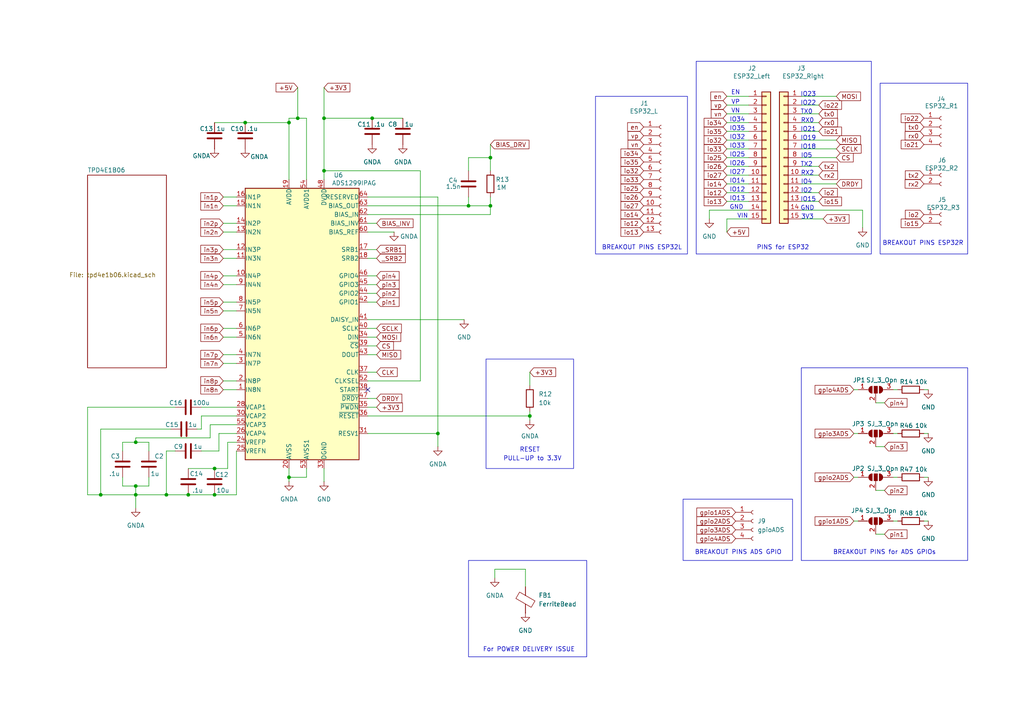
<source format=kicad_sch>
(kicad_sch (version 20231120) (generator "eeschema") (generator_version "8.0")
  (paper "A4")
  (lib_symbols
    (symbol "Connector:Conn_01x02_Socket" (pin_names (offset 1.016) hide)
      (property "Reference" "J" (at 0 2.54 0))
      (property "Value" "Conn_01x02_Socket" (at 0 -5.08 0))
      (symbol "Conn_01x02_Socket_1_1"
        (pin passive line (at -5.08 0 0) (length 3.81) (name "Pin_1") (number "1"))
        (pin passive line (at -5.08 -2.54 0) (length 3.81) (name "Pin_2") (number "2"))
      )
    )
    (symbol "Connector:Conn_01x04_Socket" (pin_names (offset 1.016) hide)
      (property "Reference" "J" (at 0 5.08 0))
      (property "Value" "Conn_01x04_Socket" (at 0 -7.62 0))
      (symbol "Conn_01x04_Socket_1_1"
        (pin passive line (at -5.08 2.54 0) (length 3.81) (name "Pin_1") (number "1"))
        (pin passive line (at -5.08 0 0) (length 3.81) (name "Pin_2") (number "2"))
        (pin passive line (at -5.08 -2.54 0) (length 3.81) (name "Pin_3") (number "3"))
        (pin passive line (at -5.08 -5.08 0) (length 3.81) (name "Pin_4") (number "4"))
      )
    )
    (symbol "Connector:Conn_01x13_Socket" (pin_names (offset 1.016) hide)
      (property "Reference" "J" (at 0 17.78 0))
      (property "Value" "Conn_01x13_Socket" (at 0 -17.78 0))
      (symbol "Conn_01x13_Socket_1_1"
        (pin passive line (at -5.08 15.24 0) (length 3.81) (name "Pin_1") (number "1"))
        (pin passive line (at -5.08 -7.62 0) (length 3.81) (name "Pin_10") (number "10"))
        (pin passive line (at -5.08 -10.16 0) (length 3.81) (name "Pin_11") (number "11"))
        (pin passive line (at -5.08 -12.7 0) (length 3.81) (name "Pin_12") (number "12"))
        (pin passive line (at -5.08 -15.24 0) (length 3.81) (name "Pin_13") (number "13"))
        (pin passive line (at -5.08 12.7 0) (length 3.81) (name "Pin_2") (number "2"))
        (pin passive line (at -5.08 10.16 0) (length 3.81) (name "Pin_3") (number "3"))
        (pin passive line (at -5.08 7.62 0) (length 3.81) (name "Pin_4") (number "4"))
        (pin passive line (at -5.08 5.08 0) (length 3.81) (name "Pin_5") (number "5"))
        (pin passive line (at -5.08 2.54 0) (length 3.81) (name "Pin_6") (number "6"))
        (pin passive line (at -5.08 0 0) (length 3.81) (name "Pin_7") (number "7"))
        (pin passive line (at -5.08 -2.54 0) (length 3.81) (name "Pin_8") (number "8"))
        (pin passive line (at -5.08 -5.08 0) (length 3.81) (name "Pin_9") (number "9"))
      )
    )
    (symbol "Connector_Generic:Conn_01x15" (pin_names (offset 1.016) hide)
      (property "Reference" "J" (at 0 20.32 0))
      (property "Value" "Conn_01x15" (at 0 -20.32 0))
      (symbol "Conn_01x15_1_1"
        (pin passive line (at -5.08 17.78 0) (length 3.81) (name "Pin_1") (number "1"))
        (pin passive line (at -5.08 -5.08 0) (length 3.81) (name "Pin_10") (number "10"))
        (pin passive line (at -5.08 -7.62 0) (length 3.81) (name "Pin_11") (number "11"))
        (pin passive line (at -5.08 -10.16 0) (length 3.81) (name "Pin_12") (number "12"))
        (pin passive line (at -5.08 -12.7 0) (length 3.81) (name "Pin_13") (number "13"))
        (pin passive line (at -5.08 -15.24 0) (length 3.81) (name "Pin_14") (number "14"))
        (pin passive line (at -5.08 -17.78 0) (length 3.81) (name "Pin_15") (number "15"))
        (pin passive line (at -5.08 15.24 0) (length 3.81) (name "Pin_2") (number "2"))
        (pin passive line (at -5.08 12.7 0) (length 3.81) (name "Pin_3") (number "3"))
        (pin passive line (at -5.08 10.16 0) (length 3.81) (name "Pin_4") (number "4"))
        (pin passive line (at -5.08 7.62 0) (length 3.81) (name "Pin_5") (number "5"))
        (pin passive line (at -5.08 5.08 0) (length 3.81) (name "Pin_6") (number "6"))
        (pin passive line (at -5.08 2.54 0) (length 3.81) (name "Pin_7") (number "7"))
        (pin passive line (at -5.08 0 0) (length 3.81) (name "Pin_8") (number "8"))
        (pin passive line (at -5.08 -2.54 0) (length 3.81) (name "Pin_9") (number "9"))
      )
    )
    (symbol "Device:C" (pin_numbers hide) (pin_names (offset 0.254))
      (property "Reference" "C" (at 0.635 2.54 0))
      (property "Value" "C" (at 0.635 -2.54 0))
      (symbol "C_1_1"
        (pin passive line (at 0 3.81 270) (length 2.794) (name "~") (number "1"))
        (pin passive line (at 0 -3.81 90) (length 2.794) (name "~") (number "2"))
      )
    )
    (symbol "Device:FerriteBead" (pin_numbers hide) (pin_names (offset 0))
      (property "Reference" "FB" (at -3.81 0.635 90))
      (property "Value" "FerriteBead" (at 3.81 0 90))
      (symbol "FerriteBead_1_1"
        (pin passive line (at 0 3.81 270) (length 2.54) (name "~") (number "1"))
        (pin passive line (at 0 -3.81 90) (length 2.54) (name "~") (number "2"))
      )
    )
    (symbol "Device:R" (pin_numbers hide) (pin_names (offset 0))
      (property "Reference" "R" (at 2.032 0 90))
      (property "Value" "R" (at 0 0 90))
      (symbol "R_1_1"
        (pin passive line (at 0 3.81 270) (length 1.27) (name "~") (number "1"))
        (pin passive line (at 0 -3.81 90) (length 1.27) (name "~") (number "2"))
      )
    )
    (symbol "Jumper:SolderJumper_3_Open" (pin_names (offset 0) hide) (exclude_from_sim yes) (in_bom no)
      (property "Reference" "JP" (at -2.54 -2.54 0))
      (property "Value" "SolderJumper_3_Open" (at 0 2.794 0))
      (symbol "SolderJumper_3_Open_1_1"
        (pin passive line (at -5.08 0 0) (length 2.54) (name "A") (number "1"))
        (pin passive line (at 0 -3.81 90) (length 2.54) (name "C") (number "2"))
        (pin passive line (at 5.08 0 180) (length 2.54) (name "B") (number "3"))
      )
    )
    (symbol "ads1299:ADS1299_Module" (pin_names (offset 0.0129))
      (property "Reference" "U" (at 0 0 0))
      (property "Footprint" "Package_QFP:TQFP-64_10x10mm_P0.5mm" (at 0.254 -57.658 0))
      (symbol "ADS1299_Module_1_1"
        (pin input line (at -20.32 -20.32 0) (length 2.54) (name "IN8N") (number "1"))
        (pin input line (at -20.32 12.7 0) (length 2.54) (name "IN4P") (number "10"))
        (pin input line (at -20.32 17.78 0) (length 2.54) (name "IN3N") (number "11"))
        (pin input line (at -20.32 20.32 0) (length 2.54) (name "IN3P") (number "12"))
        (pin input line (at -20.32 25.4 0) (length 2.54) (name "IN2N") (number "13"))
        (pin input line (at -20.32 27.94 0) (length 2.54) (name "IN2P") (number "14"))
        (pin input line (at -20.32 33.02 0) (length 2.54) (name "IN1N") (number "15"))
        (pin input line (at -20.32 35.56 0) (length 2.54) (name "IN1P") (number "16"))
        (pin bidirectional line (at 17.78 20.32 180) (length 2.54) (name "SRB1") (number "17"))
        (pin bidirectional line (at 17.78 17.78 180) (length 2.54) (name "SRB2") (number "18"))
        (pin power_in line (at -5.08 40.64 270) (length 2.54) (name "AVDD") (number "19"))
        (pin input line (at -20.32 -17.78 0) (length 2.54) (name "IN8P") (number "2"))
        (pin power_in line (at -5.08 -43.18 90) (length 2.54) (name "AVSS") (number "20"))
        (pin passive line (at -5.08 40.64 270) (length 2.54) hide (name "AVDD") (number "21"))
        (pin passive line (at -5.08 40.64 270) (length 2.54) hide (name "AVDD") (number "22"))
        (pin passive line (at -5.08 -43.18 90) (length 2.54) hide (name "AVSS") (number "23"))
        (pin passive line (at -20.32 -35.56 0) (length 2.54) (name "VREFP") (number "24"))
        (pin passive line (at -20.32 -38.1 0) (length 2.54) (name "VREFN") (number "25"))
        (pin passive line (at -20.32 -33.02 0) (length 2.54) (name "VCAP4") (number "26"))
        (pin no_connect line (at 15.24 -35.56 180) (length 2.54) hide (name "NC") (number "27"))
        (pin passive line (at -20.32 -25.4 0) (length 2.54) (name "VCAP1") (number "28"))
        (pin no_connect line (at 15.24 -38.1 180) (length 2.54) hide (name "NC") (number "29"))
        (pin input line (at -20.32 -12.7 0) (length 2.54) (name "IN7P") (number "3"))
        (pin passive line (at -20.32 -27.94 0) (length 2.54) (name "VCAP2") (number "30"))
        (pin input line (at 17.78 -33.02 180) (length 2.54) (name "RESV1") (number "31"))
        (pin passive line (at -5.08 -43.18 90) (length 2.54) hide (name "AVSS") (number "32"))
        (pin power_in line (at 5.08 -43.18 90) (length 2.54) (name "DGND") (number "33"))
        (pin input line (at 17.78 -5.08 180) (length 2.54) (name "DIN") (number "34"))
        (pin input line (at 17.78 -25.4 180) (length 2.54) (name "~{PWDN}") (number "35"))
        (pin input line (at 17.78 -27.94 180) (length 2.54) (name "~{RESET}") (number "36"))
        (pin bidirectional line (at 17.78 -15.24 180) (length 2.54) (name "CLK") (number "37"))
        (pin input line (at 17.78 -20.32 180) (length 2.54) (name "START") (number "38"))
        (pin input line (at 17.78 -7.62 180) (length 2.54) (name "~{CS}") (number "39"))
        (pin input line (at -20.32 -10.16 0) (length 2.54) (name "IN7N") (number "4"))
        (pin input line (at 17.78 -2.54 180) (length 2.54) (name "SCLK") (number "40"))
        (pin input line (at 17.78 0 180) (length 2.54) (name "DAISY_IN") (number "41"))
        (pin bidirectional line (at 17.78 5.08 180) (length 2.54) (name "GPIO1") (number "42"))
        (pin output line (at 17.78 -10.16 180) (length 2.54) (name "DOUT") (number "43"))
        (pin bidirectional line (at 17.78 7.62 180) (length 2.54) (name "GPIO2") (number "44"))
        (pin bidirectional line (at 17.78 10.16 180) (length 2.54) (name "GPIO3") (number "45"))
        (pin bidirectional line (at 17.78 12.7 180) (length 2.54) (name "GPIO4") (number "46"))
        (pin output line (at 17.78 -22.86 180) (length 2.54) (name "~{DRDY}") (number "47"))
        (pin power_in line (at 5.08 40.64 270) (length 2.54) (name "DVDD") (number "48"))
        (pin passive line (at 5.08 -43.18 90) (length 2.54) hide (name "DGND") (number "49"))
        (pin input line (at -20.32 -5.08 0) (length 2.54) (name "IN6N") (number "5"))
        (pin passive line (at 5.08 40.64 270) (length 2.54) hide (name "DVDD") (number "50"))
        (pin passive line (at 5.08 -43.18 90) (length 2.54) hide (name "DGND") (number "51"))
        (pin input line (at 17.78 -17.78 180) (length 2.54) (name "CLKSEL") (number "52"))
        (pin power_in line (at 0 -43.18 90) (length 2.54) (name "AVSS1") (number "53"))
        (pin power_in line (at 0 40.64 270) (length 2.54) (name "AVDD1") (number "54"))
        (pin passive line (at -20.32 -30.48 0) (length 2.54) (name "VCAP3") (number "55"))
        (pin passive line (at -5.08 40.64 270) (length 2.54) hide (name "AVDD") (number "56"))
        (pin passive line (at -5.08 -43.18 90) (length 2.54) hide (name "AVSS") (number "57"))
        (pin passive line (at -5.08 -43.18 90) (length 2.54) hide (name "AVSS") (number "58"))
        (pin passive line (at -5.08 40.64 270) (length 2.54) hide (name "AVDD") (number "59"))
        (pin input line (at -20.32 -2.54 0) (length 2.54) (name "IN6P") (number "6"))
        (pin input line (at 17.78 25.4 180) (length 2.54) (name "BIAS_REF") (number "60"))
        (pin input line (at 17.78 27.94 180) (length 2.54) (name "BIAS_INV") (number "61"))
        (pin input line (at 17.78 30.48 180) (length 2.54) (name "BIAS_IN") (number "62"))
        (pin output line (at 17.78 33.02 180) (length 2.54) (name "BIAS_OUT") (number "63"))
        (pin output line (at 17.78 35.56 180) (length 2.54) (name "RESERVED") (number "64"))
        (pin input line (at -20.32 2.54 0) (length 2.54) (name "IN5N") (number "7"))
        (pin input line (at -20.32 5.08 0) (length 2.54) (name "IN5P") (number "8"))
        (pin input line (at -20.32 10.16 0) (length 2.54) (name "IN4N") (number "9"))
      )
    )
    (symbol "power:GND" (power) (pin_numbers hide) (pin_names (offset 0) hide)
      (property "Value" "GND" (at 0 -3.81 0))
      (symbol "GND_1_1"
        (pin power_in line (at 0 0 270) (length 0) (name "~") (number "1"))
      )
    )
    (symbol "power:GNDA" (power) (pin_numbers hide) (pin_names (offset 0) hide)
      (property "Value" "GNDA" (at 0 -3.81 0))
      (symbol "GNDA_1_1"
        (pin power_in line (at 0 0 270) (length 0) (name "~") (number "1"))
      )
    )
  )
  (junction (at 86.36 34.29))
  (junction (at 39.37 128.27))
  (junction (at 39.37 143.51))
  (junction (at 48.26 143.51))
  (junction (at 142.24 45.72))
  (junction (at 135.89 59.69))
  (junction (at 62.23 143.51))
  (junction (at 83.82 138.43))
  (junction (at 127 125.73))
  (junction (at 83.82 35.56))
  (junction (at 54.61 143.51))
  (junction (at 93.98 49.53))
  (junction (at 71.12 35.56))
  (junction (at 29.21 143.51))
  (junction (at 107.95 34.29))
  (junction (at 62.23 135.89))
  (junction (at 142.24 59.69))
  (junction (at 93.98 34.29))
  (junction (at 39.37 140.97))
  (junction (at 153.67 120.65))
  (no_connect (at 106.68 113.03))
  (wire (pts (xy 259.08 151.13) (xy 260.35 151.13)))
  (wire (pts (xy 135.89 45.72) (xy 142.24 45.72)))
  (wire (pts (xy 64.77 80.01) (xy 68.58 80.01)))
  (wire (pts (xy 64.77 67.31) (xy 68.58 67.31)))
  (wire (pts (xy 29.21 124.46) (xy 29.21 143.51)))
  (wire (pts (xy 127 57.15) (xy 127 125.73)))
  (wire (pts (xy 68.58 130.81) (xy 68.58 143.51)))
  (wire (pts (xy 93.98 49.53) (xy 121.92 49.53)))
  (wire (pts (xy 106.68 95.25) (xy 109.22 95.25)))
  (wire (pts (xy 63.5 125.73) (xy 68.58 125.73)))
  (wire (pts (xy 106.68 82.55) (xy 109.22 82.55)))
  (wire (pts (xy 35.56 138.43) (xy 35.56 140.97)))
  (wire (pts (xy 106.68 110.49) (xy 121.92 110.49)))
  (wire (pts (xy 62.23 143.51) (xy 68.58 143.51)))
  (wire (pts (xy 64.77 72.39) (xy 68.58 72.39)))
  (wire (pts (xy 106.68 87.63) (xy 109.22 87.63)))
  (wire (pts (xy 39.37 127) (xy 60.96 127)))
  (wire (pts (xy 106.68 118.11) (xy 109.22 118.11)))
  (wire (pts (xy 93.98 135.89) (xy 93.98 139.7)))
  (wire (pts (xy 64.77 82.55) (xy 68.58 82.55)))
  (wire (pts (xy 254 142.24) (xy 256.54 142.24)))
  (wire (pts (xy 71.12 35.56) (xy 83.82 35.56)))
  (wire (pts (xy 210.82 58.42) (xy 217.17 58.42)))
  (wire (pts (xy 232.41 35.56) (xy 237.49 35.56)))
  (wire (pts (xy 106.68 125.73) (xy 127 125.73)))
  (wire (pts (xy 153.67 119.38) (xy 153.67 120.65)))
  (wire (pts (xy 152.4 170.18) (xy 152.4 165.1)))
  (wire (pts (xy 106.68 100.33) (xy 109.22 100.33)))
  (wire (pts (xy 106.68 97.79) (xy 109.22 97.79)))
  (wire (pts (xy 210.82 48.26) (xy 217.17 48.26)))
  (wire (pts (xy 43.18 140.97) (xy 43.18 138.43)))
  (wire (pts (xy 58.42 120.65) (xy 68.58 120.65)))
  (wire (pts (xy 232.41 30.48) (xy 237.49 30.48)))
  (wire (pts (xy 25.4 118.11) (xy 25.4 143.51)))
  (wire (pts (xy 142.24 45.72) (xy 142.24 49.53)))
  (wire (pts (xy 86.36 25.4) (xy 86.36 34.29)))
  (wire (pts (xy 238.76 63.5) (xy 232.41 63.5)))
  (wire (pts (xy 142.24 62.23) (xy 142.24 59.69)))
  (wire (pts (xy 58.42 124.46) (xy 58.42 120.65)))
  (wire (pts (xy 63.5 130.81) (xy 63.5 125.73)))
  (wire (pts (xy 54.61 135.89) (xy 62.23 135.89)))
  (wire (pts (xy 152.4 165.1) (xy 143.51 165.1)))
  (wire (pts (xy 64.77 95.25) (xy 68.58 95.25)))
  (wire (pts (xy 39.37 140.97) (xy 39.37 143.51)))
  (wire (pts (xy 64.77 105.41) (xy 68.58 105.41)))
  (wire (pts (xy 210.82 40.64) (xy 217.17 40.64)))
  (wire (pts (xy 232.41 60.96) (xy 250.19 60.96)))
  (wire (pts (xy 254 116.84) (xy 256.54 116.84)))
  (wire (pts (xy 259.08 113.03) (xy 260.35 113.03)))
  (wire (pts (xy 39.37 140.97) (xy 43.18 140.97)))
  (wire (pts (xy 83.82 138.43) (xy 83.82 139.7)))
  (wire (pts (xy 142.24 59.69) (xy 142.24 57.15)))
  (wire (pts (xy 93.98 34.29) (xy 93.98 49.53)))
  (wire (pts (xy 210.82 33.02) (xy 217.17 33.02)))
  (wire (pts (xy 232.41 50.8) (xy 237.49 50.8)))
  (wire (pts (xy 267.97 125.73) (xy 269.24 125.73)))
  (wire (pts (xy 86.36 34.29) (xy 88.9 34.29)))
  (wire (pts (xy 64.77 113.03) (xy 68.58 113.03)))
  (wire (pts (xy 88.9 34.29) (xy 88.9 52.07)))
  (wire (pts (xy 43.18 130.81) (xy 43.18 128.27)))
  (wire (pts (xy 39.37 127) (xy 39.37 128.27)))
  (wire (pts (xy 64.77 64.77) (xy 68.58 64.77)))
  (wire (pts (xy 210.82 53.34) (xy 217.17 53.34)))
  (wire (pts (xy 232.41 48.26) (xy 237.49 48.26)))
  (wire (pts (xy 106.68 74.93) (xy 109.22 74.93)))
  (wire (pts (xy 83.82 35.56) (xy 83.82 52.07)))
  (wire (pts (xy 58.42 130.81) (xy 63.5 130.81)))
  (wire (pts (xy 135.89 59.69) (xy 142.24 59.69)))
  (wire (pts (xy 153.67 107.95) (xy 153.67 111.76)))
  (wire (pts (xy 121.92 49.53) (xy 121.92 110.49)))
  (wire (pts (xy 66.04 135.89) (xy 62.23 135.89)))
  (wire (pts (xy 88.9 138.43) (xy 83.82 138.43)))
  (wire (pts (xy 210.82 35.56) (xy 217.17 35.56)))
  (wire (pts (xy 93.98 25.4) (xy 93.98 34.29)))
  (wire (pts (xy 210.82 50.8) (xy 217.17 50.8)))
  (wire (pts (xy 267.97 113.03) (xy 269.24 113.03)))
  (wire (pts (xy 39.37 143.51) (xy 39.37 147.32)))
  (wire (pts (xy 232.41 55.88) (xy 237.49 55.88)))
  (wire (pts (xy 210.82 63.5) (xy 217.17 63.5)))
  (wire (pts (xy 66.04 128.27) (xy 66.04 135.89)))
  (wire (pts (xy 135.89 45.72) (xy 135.89 49.53)))
  (wire (pts (xy 210.82 30.48) (xy 217.17 30.48)))
  (wire (pts (xy 64.77 59.69) (xy 68.58 59.69)))
  (wire (pts (xy 106.68 120.65) (xy 153.67 120.65)))
  (wire (pts (xy 232.41 53.34) (xy 242.57 53.34)))
  (wire (pts (xy 106.68 107.95) (xy 109.22 107.95)))
  (wire (pts (xy 39.37 143.51) (xy 48.26 143.51)))
  (wire (pts (xy 210.82 45.72) (xy 217.17 45.72)))
  (wire (pts (xy 48.26 143.51) (xy 54.61 143.51)))
  (wire (pts (xy 29.21 143.51) (xy 39.37 143.51)))
  (wire (pts (xy 232.41 40.64) (xy 242.57 40.64)))
  (wire (pts (xy 143.51 165.1) (xy 143.51 167.64)))
  (wire (pts (xy 106.68 115.57) (xy 109.22 115.57)))
  (wire (pts (xy 250.19 60.96) (xy 250.19 66.04)))
  (wire (pts (xy 29.21 124.46) (xy 49.53 124.46)))
  (wire (pts (xy 254 129.54) (xy 256.54 129.54)))
  (wire (pts (xy 64.77 74.93) (xy 68.58 74.93)))
  (wire (pts (xy 106.68 62.23) (xy 142.24 62.23)))
  (wire (pts (xy 210.82 55.88) (xy 217.17 55.88)))
  (wire (pts (xy 48.26 130.81) (xy 50.8 130.81)))
  (wire (pts (xy 48.26 130.81) (xy 48.26 143.51)))
  (wire (pts (xy 232.41 33.02) (xy 237.49 33.02)))
  (wire (pts (xy 39.37 128.27) (xy 35.56 128.27)))
  (wire (pts (xy 106.68 59.69) (xy 135.89 59.69)))
  (wire (pts (xy 109.22 64.77) (xy 106.68 64.77)))
  (wire (pts (xy 106.68 80.01) (xy 109.22 80.01)))
  (wire (pts (xy 232.41 43.18) (xy 242.57 43.18)))
  (wire (pts (xy 106.68 102.87) (xy 109.22 102.87)))
  (wire (pts (xy 242.57 27.94) (xy 232.41 27.94)))
  (wire (pts (xy 205.74 63.5) (xy 205.74 60.96)))
  (wire (pts (xy 135.89 57.15) (xy 135.89 59.69)))
  (wire (pts (xy 83.82 34.29) (xy 86.36 34.29)))
  (wire (pts (xy 106.68 72.39) (xy 109.22 72.39)))
  (wire (pts (xy 127 125.73) (xy 127 129.54)))
  (wire (pts (xy 64.77 87.63) (xy 68.58 87.63)))
  (wire (pts (xy 153.67 120.65) (xy 153.67 121.92)))
  (wire (pts (xy 232.41 45.72) (xy 242.57 45.72)))
  (wire (pts (xy 247.65 138.43) (xy 248.92 138.43)))
  (wire (pts (xy 35.56 140.97) (xy 39.37 140.97)))
  (wire (pts (xy 247.65 113.03) (xy 248.92 113.03)))
  (wire (pts (xy 58.42 118.11) (xy 68.58 118.11)))
  (wire (pts (xy 106.68 85.09) (xy 109.22 85.09)))
  (wire (pts (xy 232.41 38.1) (xy 237.49 38.1)))
  (wire (pts (xy 25.4 143.51) (xy 29.21 143.51)))
  (wire (pts (xy 54.61 143.51) (xy 62.23 143.51)))
  (wire (pts (xy 43.18 128.27) (xy 39.37 128.27)))
  (wire (pts (xy 35.56 130.81) (xy 35.56 128.27)))
  (wire (pts (xy 210.82 67.31) (xy 210.82 63.5)))
  (wire (pts (xy 57.15 124.46) (xy 58.42 124.46)))
  (wire (pts (xy 106.68 67.31) (xy 114.3 67.31)))
  (wire (pts (xy 68.58 128.27) (xy 66.04 128.27)))
  (wire (pts (xy 106.68 57.15) (xy 127 57.15)))
  (wire (pts (xy 210.82 38.1) (xy 217.17 38.1)))
  (wire (pts (xy 83.82 135.89) (xy 83.82 138.43)))
  (wire (pts (xy 210.82 27.94) (xy 217.17 27.94)))
  (wire (pts (xy 93.98 49.53) (xy 93.98 52.07)))
  (wire (pts (xy 64.77 97.79) (xy 68.58 97.79)))
  (wire (pts (xy 88.9 135.89) (xy 88.9 138.43)))
  (wire (pts (xy 247.65 125.73) (xy 248.92 125.73)))
  (wire (pts (xy 210.82 43.18) (xy 217.17 43.18)))
  (wire (pts (xy 25.4 118.11) (xy 50.8 118.11)))
  (wire (pts (xy 62.23 35.56) (xy 71.12 35.56)))
  (wire (pts (xy 254 154.94) (xy 256.54 154.94)))
  (wire (pts (xy 83.82 34.29) (xy 83.82 35.56)))
  (wire (pts (xy 232.41 58.42) (xy 237.49 58.42)))
  (wire (pts (xy 205.74 60.96) (xy 217.17 60.96)))
  (wire (pts (xy 106.68 92.71) (xy 134.62 92.71)))
  (wire (pts (xy 267.97 138.43) (xy 269.24 138.43)))
  (wire (pts (xy 60.96 123.19) (xy 60.96 127)))
  (wire (pts (xy 93.98 34.29) (xy 107.95 34.29)))
  (wire (pts (xy 64.77 90.17) (xy 68.58 90.17)))
  (wire (pts (xy 64.77 102.87) (xy 68.58 102.87)))
  (wire (pts (xy 107.95 34.29) (xy 116.84 34.29)))
  (wire (pts (xy 259.08 125.73) (xy 260.35 125.73)))
  (wire (pts (xy 142.24 45.72) (xy 142.24 41.91)))
  (wire (pts (xy 64.77 57.15) (xy 68.58 57.15)))
  (wire (pts (xy 259.08 138.43) (xy 260.35 138.43)))
  (wire (pts (xy 267.97 151.13) (xy 269.24 151.13)))
  (wire (pts (xy 68.58 123.19) (xy 60.96 123.19)))
  (wire (pts (xy 247.65 151.13) (xy 248.92 151.13)))
  (wire (pts (xy 64.77 110.49) (xy 68.58 110.49)))
  (rectangle (start 232.41 106.68) (end 280.67 162.56))
  (rectangle (start 140.97 104.14) (end 166.37 135.89))
  (rectangle (start 198.12 144.78) (end 229.87 162.56))
  (rectangle (start 201.93 17.78) (end 252.73 73.66))
  (rectangle (start 172.72 27.94) (end 199.39 73.66))
  (rectangle (start 255.27 24.13) (end 280.67 73.66))
  (rectangle (start 135.89 162.56) (end 170.18 190.5))
  (text "IO19" (at 234.442 40.132 0) (effects (font (size 1.27 1.27))))
  (text "IO21" (at 234.442 37.592 0) (effects (font (size 1.27 1.27))))
  (text "IO4" (at 233.934 52.832 0) (effects (font (size 1.27 1.27))))
  (text "For POWER DELIVERY ISSUE" (at 153.416 188.468 0) (effects (font (size 1.27 1.27))))
  (text "IO15" (at 234.442 57.912 0) (effects (font (size 1.27 1.27))))
  (text "IO34" (at 213.868 34.798 0) (effects (font (size 1.27 1.27))))
  (text "IO33" (at 213.868 42.418 0) (effects (font (size 1.27 1.27))))
  (text "IO26" (at 213.868 47.498 0) (effects (font (size 1.27 1.27))))
  (text "PINS for ESP32" (at 227.076 71.882 0) (effects (font (size 1.27 1.27))))
  (text "VP" (at 213.36 29.718 0) (effects (font (size 1.27 1.27))))
  (text "TX0" (at 233.934 32.512 0) (effects (font (size 1.27 1.27))))
  (text "BREAKOUT PINS ESP32R" (at 267.716 70.612 0) (effects (font (size 1.27 1.27))))
  (text "IO2" (at 233.934 55.372 0) (effects (font (size 1.27 1.27))))
  (text "IO18" (at 234.442 42.672 0) (effects (font (size 1.27 1.27))))
  (text "IO27" (at 213.868 50.038 0) (effects (font (size 1.27 1.27))))
  (text "BREAKOUT PINS ESP32L" (at 186.182 71.882 0) (effects (font (size 1.27 1.27))))
  (text "VN" (at 213.36 32.258 0) (effects (font (size 1.27 1.27))))
  (text "TX2" (at 233.934 47.752 0) (effects (font (size 1.27 1.27))))
  (text "IO13" (at 213.868 57.658 0) (effects (font (size 1.27 1.27))))
  (text "IO25" (at 213.868 44.958 0) (effects (font (size 1.27 1.27))))
  (text "GND" (at 234.188 60.452 0) (effects (font (size 1.27 1.27))))
  (text "BREAKOUT PINS for ADS GPIOs" (at 256.54 160.274 0) (effects (font (size 1.27 1.27))))
  (text "IO32" (at 213.868 39.878 0) (effects (font (size 1.27 1.27))))
  (text "IO22" (at 234.442 29.972 0) (effects (font (size 1.27 1.27))))
  (text "RX0" (at 234.188 35.052 0) (effects (font (size 1.27 1.27))))
  (text "IO23" (at 234.442 27.432 0) (effects (font (size 1.27 1.27))))
  (text "RESET" (at 153.67 130.556 0) (effects (font (size 1.27 1.27))))
  (text "IO35" (at 213.868 37.338 0) (effects (font (size 1.27 1.27))))
  (text "PULL-UP to 3.3V" (at 154.432 133.096 0) (effects (font (size 1.27 1.27))))
  (text "GND" (at 213.614 60.198 0) (effects (font (size 1.27 1.27))))
  (text "VIN" (at 215.392 62.738 0) (effects (font (size 1.27 1.27))))
  (text "EN" (at 213.36 26.924 0) (effects (font (size 1.27 1.27))))
  (text "IO14" (at 213.868 52.578 0) (effects (font (size 1.27 1.27))))
  (text "IO5" (at 233.934 45.212 0) (effects (font (size 1.27 1.27))))
  (text "BREAKOUT PINS ADS GPIO" (at 214.122 160.274 0) (effects (font (size 1.27 1.27))))
  (text "3V3" (at 234.188 62.992 0) (effects (font (size 1.27 1.27))))
  (text "RX2" (at 234.188 50.292 0) (effects (font (size 1.27 1.27))))
  (text "IO12" (at 213.868 55.118 0) (effects (font (size 1.27 1.27))))
  (global_label "in1n" (shape input) (at 64.77 59.69 180) (property "Intersheetrefs" "${INTERSHEET_REFS}" (effects (hide yes))))
  (global_label "pin2" (shape input) (at 109.22 85.09 0) (property "Intersheetrefs" "${INTERSHEET_REFS}" (effects (hide yes))))
  (global_label "rx2" (shape input) (at 267.97 53.34 180) (property "Intersheetrefs" "${INTERSHEET_REFS}" (effects (hide yes))))
  (global_label "io14" (shape input) (at 186.69 62.23 180) (property "Intersheetrefs" "${INTERSHEET_REFS}" (effects (hide yes))))
  (global_label "io13" (shape input) (at 186.69 67.31 180) (property "Intersheetrefs" "${INTERSHEET_REFS}" (effects (hide yes))))
  (global_label "pin4" (shape input) (at 109.22 80.01 0) (property "Intersheetrefs" "${INTERSHEET_REFS}" (effects (hide yes))))
  (global_label "pin3" (shape input) (at 256.54 129.54 0) (property "Intersheetrefs" "${INTERSHEET_REFS}" (effects (hide yes))))
  (global_label "_SRB2" (shape input) (at 109.22 74.93 0) (property "Intersheetrefs" "${INTERSHEET_REFS}" (effects (hide yes))))
  (global_label "gpio2ADS" (shape input) (at 247.65 138.43 180) (property "Intersheetrefs" "${INTERSHEET_REFS}" (effects (hide yes))))
  (global_label "CS" (shape input) (at 242.57 45.72 0) (property "Intersheetrefs" "${INTERSHEET_REFS}" (effects (hide yes))))
  (global_label "DRDY" (shape input) (at 242.57 53.34 0) (property "Intersheetrefs" "${INTERSHEET_REFS}" (effects (hide yes))))
  (global_label "_SRB1" (shape input) (at 109.22 72.39 0) (property "Intersheetrefs" "${INTERSHEET_REFS}" (effects (hide yes))))
  (global_label "io13" (shape input) (at 210.82 58.42 180) (property "Intersheetrefs" "${INTERSHEET_REFS}" (effects (hide yes))))
  (global_label "in6p" (shape input) (at 64.77 95.25 180) (property "Intersheetrefs" "${INTERSHEET_REFS}" (effects (hide yes))))
  (global_label "pin4" (shape input) (at 256.54 116.84 0) (property "Intersheetrefs" "${INTERSHEET_REFS}" (effects (hide yes))))
  (global_label "CLK" (shape input) (at 109.22 107.95 0) (property "Intersheetrefs" "${INTERSHEET_REFS}" (effects (hide yes))))
  (global_label "io26" (shape input) (at 186.69 57.15 180) (property "Intersheetrefs" "${INTERSHEET_REFS}" (effects (hide yes))))
  (global_label "vp" (shape input) (at 186.69 39.37 180) (property "Intersheetrefs" "${INTERSHEET_REFS}" (effects (hide yes))))
  (global_label "pin1" (shape input) (at 109.22 87.63 0) (property "Intersheetrefs" "${INTERSHEET_REFS}" (effects (hide yes))))
  (global_label "DRDY" (shape input) (at 109.22 115.57 0) (property "Intersheetrefs" "${INTERSHEET_REFS}" (effects (hide yes))))
  (global_label "in4p" (shape input) (at 64.77 80.01 180) (property "Intersheetrefs" "${INTERSHEET_REFS}" (effects (hide yes))))
  (global_label "pin2" (shape input) (at 256.54 142.24 0) (property "Intersheetrefs" "${INTERSHEET_REFS}" (effects (hide yes))))
  (global_label "pin3" (shape input) (at 109.22 82.55 0) (property "Intersheetrefs" "${INTERSHEET_REFS}" (effects (hide yes))))
  (global_label "in3p" (shape input) (at 64.77 72.39 180) (property "Intersheetrefs" "${INTERSHEET_REFS}" (effects (hide yes))))
  (global_label "in5n" (shape input) (at 64.77 90.17 180) (property "Intersheetrefs" "${INTERSHEET_REFS}" (effects (hide yes))))
  (global_label "in1p" (shape input) (at 64.77 57.15 180) (property "Intersheetrefs" "${INTERSHEET_REFS}" (effects (hide yes))))
  (global_label "MISO" (shape input) (at 109.22 102.87 0) (property "Intersheetrefs" "${INTERSHEET_REFS}" (effects (hide yes))))
  (global_label "gpio2ADS" (shape input) (at 213.36 151.13 180) (property "Intersheetrefs" "${INTERSHEET_REFS}" (effects (hide yes))))
  (global_label "io12" (shape input) (at 210.82 55.88 180) (property "Intersheetrefs" "${INTERSHEET_REFS}" (effects (hide yes))))
  (global_label "io15" (shape input) (at 237.49 58.42 0) (property "Intersheetrefs" "${INTERSHEET_REFS}" (effects (hide yes))))
  (global_label "io21" (shape input) (at 237.49 38.1 0) (property "Intersheetrefs" "${INTERSHEET_REFS}" (effects (hide yes))))
  (global_label "in8n" (shape input) (at 64.77 113.03 180) (property "Intersheetrefs" "${INTERSHEET_REFS}" (effects (hide yes))))
  (global_label "pin1" (shape input) (at 256.54 154.94 0) (property "Intersheetrefs" "${INTERSHEET_REFS}" (effects (hide yes))))
  (global_label "+3V3" (shape input) (at 93.98 25.4 0) (property "Intersheetrefs" "${INTERSHEET_REFS}" (effects (hide yes))))
  (global_label "vn" (shape input) (at 186.69 41.91 180) (property "Intersheetrefs" "${INTERSHEET_REFS}" (effects (hide yes))))
  (global_label "io15" (shape input) (at 267.97 64.77 180) (property "Intersheetrefs" "${INTERSHEET_REFS}" (effects (hide yes))))
  (global_label "rx0" (shape input) (at 237.49 35.56 0) (property "Intersheetrefs" "${INTERSHEET_REFS}" (effects (hide yes))))
  (global_label "CS" (shape input) (at 109.22 100.33 0) (property "Intersheetrefs" "${INTERSHEET_REFS}" (effects (hide yes))))
  (global_label "io21" (shape input) (at 267.97 41.91 180) (property "Intersheetrefs" "${INTERSHEET_REFS}" (effects (hide yes))))
  (global_label "in6n" (shape input) (at 64.77 97.79 180) (property "Intersheetrefs" "${INTERSHEET_REFS}" (effects (hide yes))))
  (global_label "in5p" (shape input) (at 64.77 87.63 180) (property "Intersheetrefs" "${INTERSHEET_REFS}" (effects (hide yes))))
  (global_label "MOSI" (shape input) (at 109.22 97.79 0) (property "Intersheetrefs" "${INTERSHEET_REFS}" (effects (hide yes))))
  (global_label "+3V3" (shape input) (at 153.67 107.95 0) (property "Intersheetrefs" "${INTERSHEET_REFS}" (effects (hide yes))))
  (global_label "in4n" (shape input) (at 64.77 82.55 180) (property "Intersheetrefs" "${INTERSHEET_REFS}" (effects (hide yes))))
  (global_label "io25" (shape input) (at 186.69 54.61 180) (property "Intersheetrefs" "${INTERSHEET_REFS}" (effects (hide yes))))
  (global_label "io12" (shape input) (at 186.69 64.77 180) (property "Intersheetrefs" "${INTERSHEET_REFS}" (effects (hide yes))))
  (global_label "vp" (shape input) (at 210.82 30.48 180) (property "Intersheetrefs" "${INTERSHEET_REFS}" (effects (hide yes))))
  (global_label "io33" (shape input) (at 210.82 43.18 180) (property "Intersheetrefs" "${INTERSHEET_REFS}" (effects (hide yes))))
  (global_label "tx0" (shape input) (at 237.49 33.02 0) (property "Intersheetrefs" "${INTERSHEET_REFS}" (effects (hide yes))))
  (global_label "SCLK" (shape input) (at 109.22 95.25 0) (property "Intersheetrefs" "${INTERSHEET_REFS}" (effects (hide yes))))
  (global_label "+3V3" (shape input) (at 238.76 63.5 0) (property "Intersheetrefs" "${INTERSHEET_REFS}" (effects (hide yes))))
  (global_label "io27" (shape input) (at 210.82 50.8 180) (property "Intersheetrefs" "${INTERSHEET_REFS}" (effects (hide yes))))
  (global_label "in7p" (shape input) (at 64.77 102.87 180) (property "Intersheetrefs" "${INTERSHEET_REFS}" (effects (hide yes))))
  (global_label "vn" (shape input) (at 210.82 33.02 180) (property "Intersheetrefs" "${INTERSHEET_REFS}" (effects (hide yes))))
  (global_label "io35" (shape input) (at 210.82 38.1 180) (property "Intersheetrefs" "${INTERSHEET_REFS}" (effects (hide yes))))
  (global_label "io25" (shape input) (at 210.82 45.72 180) (property "Intersheetrefs" "${INTERSHEET_REFS}" (effects (hide yes))))
  (global_label "+5V" (shape input) (at 210.82 67.31 0) (property "Intersheetrefs" "${INTERSHEET_REFS}" (effects (hide yes))))
  (global_label "en" (shape input) (at 210.82 27.94 180) (property "Intersheetrefs" "${INTERSHEET_REFS}" (effects (hide yes))))
  (global_label "io27" (shape input) (at 186.69 59.69 180) (property "Intersheetrefs" "${INTERSHEET_REFS}" (effects (hide yes))))
  (global_label "io32" (shape input) (at 210.82 40.64 180) (property "Intersheetrefs" "${INTERSHEET_REFS}" (effects (hide yes))))
  (global_label "gpio3ADS" (shape input) (at 213.36 153.67 180) (property "Intersheetrefs" "${INTERSHEET_REFS}" (effects (hide yes))))
  (global_label "tx0" (shape input) (at 267.97 36.83 180) (property "Intersheetrefs" "${INTERSHEET_REFS}" (effects (hide yes))))
  (global_label "gpio4ADS" (shape input) (at 213.36 156.21 180) (property "Intersheetrefs" "${INTERSHEET_REFS}" (effects (hide yes))))
  (global_label "in2n" (shape input) (at 64.77 67.31 180) (property "Intersheetrefs" "${INTERSHEET_REFS}" (effects (hide yes))))
  (global_label "MOSI" (shape input) (at 242.57 27.94 0) (property "Intersheetrefs" "${INTERSHEET_REFS}" (effects (hide yes))))
  (global_label "io14" (shape input) (at 210.82 53.34 180) (property "Intersheetrefs" "${INTERSHEET_REFS}" (effects (hide yes))))
  (global_label "rx0" (shape input) (at 267.97 39.37 180) (property "Intersheetrefs" "${INTERSHEET_REFS}" (effects (hide yes))))
  (global_label "en" (shape input) (at 186.69 36.83 180) (property "Intersheetrefs" "${INTERSHEET_REFS}" (effects (hide yes))))
  (global_label "gpio1ADS" (shape input) (at 247.65 151.13 180) (property "Intersheetrefs" "${INTERSHEET_REFS}" (effects (hide yes))))
  (global_label "+5V" (shape input) (at 86.36 25.4 180) (property "Intersheetrefs" "${INTERSHEET_REFS}" (effects (hide yes))))
  (global_label "BIAS_DRV" (shape input) (at 142.24 41.91 0) (property "Intersheetrefs" "${INTERSHEET_REFS}" (effects (hide yes))))
  (global_label "io33" (shape input) (at 186.69 52.07 180) (property "Intersheetrefs" "${INTERSHEET_REFS}" (effects (hide yes))))
  (global_label "io2" (shape input) (at 267.97 62.23 180) (property "Intersheetrefs" "${INTERSHEET_REFS}" (effects (hide yes))))
  (global_label "rx2" (shape input) (at 237.49 50.8 0) (property "Intersheetrefs" "${INTERSHEET_REFS}" (effects (hide yes))))
  (global_label "in7n" (shape input) (at 64.77 105.41 180) (property "Intersheetrefs" "${INTERSHEET_REFS}" (effects (hide yes))))
  (global_label "gpio3ADS" (shape input) (at 247.65 125.73 180) (property "Intersheetrefs" "${INTERSHEET_REFS}" (effects (hide yes))))
  (global_label "tx2" (shape input) (at 237.49 48.26 0) (property "Intersheetrefs" "${INTERSHEET_REFS}" (effects (hide yes))))
  (global_label "in8p" (shape input) (at 64.77 110.49 180) (property "Intersheetrefs" "${INTERSHEET_REFS}" (effects (hide yes))))
  (global_label "in2p" (shape input) (at 64.77 64.77 180) (property "Intersheetrefs" "${INTERSHEET_REFS}" (effects (hide yes))))
  (global_label "io22" (shape input) (at 237.49 30.48 0) (property "Intersheetrefs" "${INTERSHEET_REFS}" (effects (hide yes))))
  (global_label "io2" (shape input) (at 237.49 55.88 0) (property "Intersheetrefs" "${INTERSHEET_REFS}" (effects (hide yes))))
  (global_label "io34" (shape input) (at 186.69 44.45 180) (property "Intersheetrefs" "${INTERSHEET_REFS}" (effects (hide yes))))
  (global_label "gpio4ADS" (shape input) (at 247.65 113.03 180) (property "Intersheetrefs" "${INTERSHEET_REFS}" (effects (hide yes))))
  (global_label "io35" (shape input) (at 186.69 46.99 180) (property "Intersheetrefs" "${INTERSHEET_REFS}" (effects (hide yes))))
  (global_label "MISO" (shape input) (at 242.57 40.64 0) (property "Intersheetrefs" "${INTERSHEET_REFS}" (effects (hide yes))))
  (global_label "io22" (shape input) (at 267.97 34.29 180) (property "Intersheetrefs" "${INTERSHEET_REFS}" (effects (hide yes))))
  (global_label "in3n" (shape input) (at 64.77 74.93 180) (property "Intersheetrefs" "${INTERSHEET_REFS}" (effects (hide yes))))
  (global_label "io34" (shape input) (at 210.82 35.56 180) (property "Intersheetrefs" "${INTERSHEET_REFS}" (effects (hide yes))))
  (global_label "tx2" (shape input) (at 267.97 50.8 180) (property "Intersheetrefs" "${INTERSHEET_REFS}" (effects (hide yes))))
  (global_label "+3V3" (shape input) (at 109.22 118.11 0) (property "Intersheetrefs" "${INTERSHEET_REFS}" (effects (hide yes))))
  (global_label "gpio1ADS" (shape input) (at 213.36 148.59 180) (property "Intersheetrefs" "${INTERSHEET_REFS}" (effects (hide yes))))
  (global_label "io26" (shape input) (at 210.82 48.26 180) (property "Intersheetrefs" "${INTERSHEET_REFS}" (effects (hide yes))))
  (global_label "BIAS_INV" (shape input) (at 109.22 64.77 0) (property "Intersheetrefs" "${INTERSHEET_REFS}" (effects (hide yes))))
  (global_label "io32" (shape input) (at 186.69 49.53 180) (property "Intersheetrefs" "${INTERSHEET_REFS}" (effects (hide yes))))
  (global_label "SCLK" (shape input) (at 242.57 43.18 0) (property "Intersheetrefs" "${INTERSHEET_REFS}" (effects (hide yes))))
  (symbol (lib_id "Connector:Conn_01x13_Socket") (at 191.77 52.07 0) (unit 1)
    (property "Reference" "J1" (at 185.674 29.972 0) (effects (justify left)))
    (property "Value" "ESP32_L" (at 182.626 32.258 0) (effects (justify left)))
    (property "Footprint" "Connector_PinSocket_2.54mm:PinSocket_1x13_P2.54mm_Vertical" (effects (hide yes)))
    (property "Description" "Generic connector, single row, 01x13, script generated" (effects (hide yes)))
  )
  (symbol (lib_id "Device:C") (at 35.56 134.62 180) (unit 1)
    (property "Reference" "C3" (at 34.798 132.334 0) (effects (justify left)))
    (property "Value" ".1u" (at 34.798 137.414 0) (effects (justify left)))
    (property "Footprint" "Capacitor_SMD:C_0603_1608Metric" (effects (hide yes)))
    (property "Description" "Unpolarized capacitor" (effects (hide yes)))
  )
  (symbol (lib_id "power:GND") (at 205.74 63.5 0) (unit 1)
    (property "Reference" "#PWR010" (effects (hide yes)))
    (property "Value" "GND" (at 205.74 68.58 0))
    (property "Description" "Power symbol creates a global label with name \"GND\" , ground" (effects (hide yes)))
  )
  (symbol (lib_id "Connector_Generic:Conn_01x15") (at 222.25 45.72 0) (unit 1)
    (property "Reference" "J2" (at 216.916 19.812 0) (effects (justify left)))
    (property "Value" "ESP32_Left" (at 212.598 22.098 0) (effects (justify left)))
    (property "Footprint" "Connector_PinSocket_2.54mm:PinSocket_1x15_P2.54mm_Vertical" (effects (hide yes)))
    (property "Description" "Generic connector, single row, 01x15, script generated (kicad-library-utils/schlib/autogen/connector/)" (effects (hide yes)))
  )
  (symbol (lib_id "Device:C") (at 54.61 130.81 90) (unit 1)
    (property "Reference" "C9" (at 53.086 129.54 90) (effects (justify left)))
    (property "Value" "1u" (at 58.674 129.54 90) (effects (justify left)))
    (property "Footprint" "Capacitor_SMD:C_0603_1608Metric" (effects (hide yes)))
    (property "Description" "Unpolarized capacitor" (effects (hide yes)))
  )
  (symbol (lib_id "Connector:Conn_01x04_Socket") (at 218.44 151.13 0) (unit 1)
    (property "Reference" "J9" (at 219.71 151.1299 0) (effects (justify left)))
    (property "Value" "gpioADS" (at 219.71 153.6699 0) (effects (justify left)))
    (property "Footprint" "Connector_PinSocket_2.54mm:PinSocket_1x04_P2.54mm_Vertical" (effects (hide yes)))
    (property "Description" "Generic connector, single row, 01x04, script generated" (effects (hide yes)))
  )
  (symbol (lib_id "Jumper:SolderJumper_3_Open") (at 254 151.13 0) (unit 1) (exclude_from_sim yes) (in_bom no)
    (property "Reference" "JP4" (at 248.666 148.082 0))
    (property "Value" "SJ_3_Opn" (at 255.524 148.082 0))
    (property "Footprint" "Jumper:SolderJumper-3_P1.3mm_Open_RoundedPad1.0x1.5mm_NumberLabels" (effects (hide yes)))
    (property "Description" "Solder Jumper, 3-pole, open" (effects (hide yes)))
  )
  (symbol (lib_id "power:GND") (at 152.4 177.8 0) (unit 1)
    (property "Reference" "#PWR09" (effects (hide yes)))
    (property "Value" "GND" (at 152.4 182.88 0))
    (property "Description" "Power symbol creates a global label with name \"GND\" , ground" (effects (hide yes)))
  )
  (symbol (lib_id "Device:C") (at 107.95 38.1 0) (unit 1)
    (property "Reference" "C11" (at 103.632 36.068 0) (effects (justify left)))
    (property "Value" ".1u" (at 108.458 36.068 0) (effects (justify left)))
    (property "Footprint" "Capacitor_SMD:C_0603_1608Metric" (effects (hide yes)))
    (property "Description" "Unpolarized capacitor" (effects (hide yes)))
  )
  (symbol (lib_id "Device:C") (at 62.23 139.7 180) (unit 1)
    (property "Reference" "C12" (at 66.294 137.668 0) (effects (justify left)))
    (property "Value" "10u" (at 66.548 142.24 0) (effects (justify left)))
    (property "Footprint" "Capacitor_SMD:C_0603_1608Metric" (effects (hide yes)))
    (property "Description" "Unpolarized capacitor" (effects (hide yes)))
  )
  (symbol (lib_id "Device:R") (at 264.16 125.73 90) (unit 1)
    (property "Reference" "R46" (at 262.89 123.444 90))
    (property "Value" "10k" (at 267.208 123.444 90))
    (property "Footprint" "Resistor_SMD:R_0603_1608Metric" (effects (hide yes)))
    (property "Description" "Resistor" (effects (hide yes)))
  )
  (symbol (lib_id "Device:C") (at 71.12 39.37 0) (unit 1)
    (property "Reference" "C10" (at 66.802 37.338 0) (effects (justify left)))
    (property "Value" ".1u" (at 71.628 37.338 0) (effects (justify left)))
    (property "Footprint" "Capacitor_SMD:C_0603_1608Metric" (effects (hide yes)))
    (property "Description" "Unpolarized capacitor" (effects (hide yes)))
  )
  (symbol (lib_id "Device:C") (at 62.23 39.37 0) (unit 1)
    (property "Reference" "C13" (at 57.912 37.338 0) (effects (justify left)))
    (property "Value" "1u" (at 62.738 37.338 0) (effects (justify left)))
    (property "Footprint" "Capacitor_SMD:C_0603_1608Metric" (effects (hide yes)))
    (property "Description" "Unpolarized capacitor" (effects (hide yes)))
  )
  (symbol (lib_id "power:GNDA") (at 114.3 67.31 0) (unit 1)
    (property "Reference" "#PWR048" (effects (hide yes)))
    (property "Value" "GNDA" (at 118.618 68.58 0))
    (property "Description" "Power symbol creates a global label with name \"GNDA\" , analog ground" (effects (hide yes)))
  )
  (symbol (lib_id "Connector:Conn_01x02_Socket") (at 273.05 50.8 0) (unit 1)
    (property "Reference" "J6" (at 272.034 46.482 0) (effects (justify left)))
    (property "Value" "ESP32_R2" (at 268.224 48.768 0) (effects (justify left)))
    (property "Footprint" "Connector_PinSocket_2.54mm:PinSocket_1x02_P2.54mm_Vertical" (effects (hide yes)))
    (property "Description" "Generic connector, single row, 01x02, script generated" (effects (hide yes)))
  )
  (symbol (lib_id "power:GND") (at 250.19 66.04 0) (unit 1)
    (property "Reference" "#PWR038" (effects (hide yes)))
    (property "Value" "GND" (at 250.19 71.12 0))
    (property "Description" "Power symbol creates a global label with name \"GND\" , ground" (effects (hide yes)))
  )
  (symbol (lib_id "Device:C") (at 135.89 53.34 0) (unit 1)
    (property "Reference" "C4" (at 130.048 52.324 0) (effects (justify left)))
    (property "Value" "1.5n" (at 129.286 54.102 0) (effects (justify left)))
    (property "Footprint" "Capacitor_SMD:C_0603_1608Metric" (effects (hide yes)))
    (property "Description" "Unpolarized capacitor" (effects (hide yes)))
  )
  (symbol (lib_id "power:GND") (at 134.62 92.71 0) (unit 1)
    (property "Reference" "#PWR012" (effects (hide yes)))
    (property "Value" "GND" (at 134.62 97.79 0))
    (property "Description" "Power symbol creates a global label with name \"GND\" , ground" (effects (hide yes)))
  )
  (symbol (lib_id "Jumper:SolderJumper_3_Open") (at 254 138.43 0) (unit 1) (exclude_from_sim yes) (in_bom no)
    (property "Reference" "JP2" (at 248.92 135.89 0))
    (property "Value" "SJ_3_Opn" (at 256.032 135.89 0))
    (property "Footprint" "Jumper:SolderJumper-3_P1.3mm_Open_RoundedPad1.0x1.5mm_NumberLabels" (effects (hide yes)))
    (property "Description" "Solder Jumper, 3-pole, open" (effects (hide yes)))
  )
  (symbol (lib_id "Device:C") (at 43.18 134.62 180) (unit 1)
    (property "Reference" "C2" (at 47.498 132.334 0) (effects (justify left)))
    (property "Value" "1u" (at 46.228 137.414 0) (effects (justify left)))
    (property "Footprint" "Capacitor_SMD:C_0603_1608Metric" (effects (hide yes)))
    (property "Description" "Unpolarized capacitor" (effects (hide yes)))
  )
  (symbol (lib_id "Device:R") (at 142.24 53.34 0) (unit 1)
    (property "Reference" "R13" (at 143.764 52.07 0) (effects (justify left)))
    (property "Value" "1M" (at 144.018 54.356 0) (effects (justify left)))
    (property "Footprint" "Resistor_SMD:R_0603_1608Metric" (effects (hide yes)))
    (property "Description" "Resistor" (effects (hide yes)))
  )
  (symbol (lib_id "Device:C") (at 116.84 38.1 0) (unit 1)
    (property "Reference" "C8" (at 112.522 36.068 0) (effects (justify left)))
    (property "Value" "1u" (at 117.348 36.068 0) (effects (justify left)))
    (property "Footprint" "Capacitor_SMD:C_0603_1608Metric" (effects (hide yes)))
    (property "Description" "Unpolarized capacitor" (effects (hide yes)))
  )
  (symbol (lib_id "Device:R") (at 264.16 151.13 90) (unit 1)
    (property "Reference" "R48" (at 262.89 148.844 90))
    (property "Value" "10k" (at 267.208 148.844 90))
    (property "Footprint" "Resistor_SMD:R_0603_1608Metric" (effects (hide yes)))
    (property "Description" "Resistor" (effects (hide yes)))
  )
  (symbol (lib_id "power:GNDA") (at 153.67 121.92 0) (unit 1)
    (property "Reference" "#PWR026" (effects (hide yes)))
    (property "Value" "GNDA" (at 153.67 126.492 0))
    (property "Description" "Power symbol creates a global label with name \"GNDA\" , analog ground" (effects (hide yes)))
  )
  (symbol (lib_id "power:GNDA") (at 143.51 167.64 0) (unit 1)
    (property "Reference" "#PWR011" (effects (hide yes)))
    (property "Value" "GNDA" (at 143.51 172.72 0))
    (property "Description" "Power symbol creates a global label with name \"GNDA\" , analog ground" (effects (hide yes)))
  )
  (symbol (lib_id "Device:R") (at 153.67 115.57 0) (unit 1)
    (property "Reference" "R12" (at 156.21 114.2999 0) (effects (justify left)))
    (property "Value" "10k" (at 156.21 116.8399 0) (effects (justify left)))
    (property "Footprint" "Resistor_SMD:R_0603_1608Metric" (effects (hide yes)))
    (property "Description" "Resistor" (effects (hide yes)))
  )
  (symbol (lib_id "power:GNDA") (at 62.23 43.18 0) (unit 1)
    (property "Reference" "#PWR04" (effects (hide yes)))
    (property "Value" "GNDA" (at 58.42 45.212 0))
    (property "Description" "Power symbol creates a global label with name \"GNDA\" , analog ground" (effects (hide yes)))
  )
  (symbol (lib_id "Connector:Conn_01x04_Socket") (at 273.05 36.83 0) (unit 1)
    (property "Reference" "J4" (at 271.78 28.702 0) (effects (justify left)))
    (property "Value" "ESP32_R1" (at 268.224 30.734 0) (effects (justify left)))
    (property "Footprint" "Connector_PinSocket_2.54mm:PinSocket_1x04_P2.54mm_Vertical" (effects (hide yes)))
    (property "Description" "Generic connector, single row, 01x04, script generated" (effects (hide yes)))
  )
  (symbol (lib_id "Jumper:SolderJumper_3_Open") (at 254 125.73 0) (unit 1) (exclude_from_sim yes) (in_bom no)
    (property "Reference" "JP3" (at 248.92 122.936 0))
    (property "Value" "SJ_3_Opn" (at 256.032 122.936 0))
    (property "Footprint" "Jumper:SolderJumper-3_P1.3mm_Open_RoundedPad1.0x1.5mm_NumberLabels" (effects (hide yes)))
    (property "Description" "Solder Jumper, 3-pole, open" (effects (hide yes)))
  )
  (symbol (lib_id "Device:FerriteBead") (at 152.4 173.99 0) (unit 1)
    (property "Reference" "FB1" (at 156.21 172.6691 0) (effects (justify left)))
    (property "Value" "FerriteBead" (at 156.21 175.2091 0) (effects (justify left)))
    (property "Footprint" "Inductor_SMD:L_0603_1608Metric" (effects (hide yes)))
    (property "Description" "Ferrite bead" (effects (hide yes)))
  )
  (symbol (lib_id "Connector:Conn_01x02_Socket") (at 273.05 62.23 0) (unit 1)
    (property "Reference" "J5" (at 272.034 57.912 0) (effects (justify left)))
    (property "Value" "ESP32_R3" (at 268.732 60.198 0) (effects (justify left)))
    (property "Footprint" "Connector_PinSocket_2.54mm:PinSocket_1x02_P2.54mm_Vertical" (effects (hide yes)))
    (property "Description" "Generic connector, single row, 01x02, script generated" (effects (hide yes)))
  )
  (symbol (lib_id "power:GNDA") (at 71.12 43.18 0) (unit 1)
    (property "Reference" "#PWR03" (effects (hide yes)))
    (property "Value" "GNDA" (at 75.184 45.466 0))
    (property "Description" "Power symbol creates a global label with name \"GNDA\" , analog ground" (effects (hide yes)))
  )
  (symbol (lib_id "Device:R") (at 264.16 138.43 90) (unit 1)
    (property "Reference" "R47" (at 262.89 136.144 90))
    (property "Value" "10k" (at 267.208 136.144 90))
    (property "Footprint" "Resistor_SMD:R_0603_1608Metric" (effects (hide yes)))
    (property "Description" "Resistor" (effects (hide yes)))
  )
  (symbol (lib_id "power:GNDA") (at 83.82 139.7 0) (unit 1)
    (property "Reference" "#PWR02" (effects (hide yes)))
    (property "Value" "GNDA" (at 83.82 144.78 0))
    (property "Description" "Power symbol creates a global label with name \"GNDA\" , analog ground" (effects (hide yes)))
  )
  (symbol (lib_id "power:GNDA") (at 107.95 41.91 0) (unit 1)
    (property "Reference" "#PWR05" (effects (hide yes)))
    (property "Value" "GNDA" (at 107.95 46.99 0))
    (property "Description" "Power symbol creates a global label with name \"GNDA\" , analog ground" (effects (hide yes)))
  )
  (symbol (lib_id "power:GND") (at 269.24 138.43 0) (unit 1)
    (property "Reference" "#PWR015" (effects (hide yes)))
    (property "Value" "GND" (at 269.24 143.51 0))
    (property "Description" "Power symbol creates a global label with name \"GND\" , ground" (effects (hide yes)))
  )
  (symbol (lib_id "Device:C") (at 53.34 124.46 90) (unit 1)
    (property "Reference" "C15" (at 51.816 123.19 90) (effects (justify left)))
    (property "Value" "1u" (at 57.15 123.19 90) (effects (justify left)))
    (property "Footprint" "Capacitor_SMD:C_0603_1608Metric" (effects (hide yes)))
    (property "Description" "Unpolarized capacitor" (effects (hide yes)))
  )
  (symbol (lib_id "Connector_Generic:Conn_01x15") (at 227.33 45.72 0) (mirror y) (unit 1)
    (property "Reference" "J3" (at 232.41 19.812 0))
    (property "Value" "ESP32_Right" (at 232.918 22.098 0))
    (property "Footprint" "Connector_PinSocket_2.54mm:PinSocket_1x15_P2.54mm_Vertical" (effects (hide yes)))
    (property "Description" "Generic connector, single row, 01x15, script generated (kicad-library-utils/schlib/autogen/connector/)" (effects (hide yes)))
  )
  (symbol (lib_id "Device:C") (at 54.61 118.11 270) (unit 1)
    (property "Reference" "C16" (at 49.022 116.84 90) (effects (justify left)))
    (property "Value" "100u" (at 55.88 116.84 90) (effects (justify left)))
    (property "Footprint" "Capacitor_SMD:C_0603_1608Metric" (effects (hide yes)))
    (property "Description" "Unpolarized capacitor" (effects (hide yes)))
  )
  (symbol (lib_id "power:GND") (at 269.24 151.13 0) (unit 1)
    (property "Reference" "#PWR016" (effects (hide yes)))
    (property "Value" "GND" (at 269.24 156.21 0))
    (property "Description" "Power symbol creates a global label with name \"GND\" , ground" (effects (hide yes)))
  )
  (symbol (lib_id "power:GND") (at 269.24 125.73 0) (unit 1)
    (property "Reference" "#PWR014" (effects (hide yes)))
    (property "Value" "GND" (at 269.24 130.81 0))
    (property "Description" "Power symbol creates a global label with name \"GND\" , ground" (effects (hide yes)))
  )
  (symbol (lib_id "power:GNDA") (at 39.37 147.32 0) (unit 1)
    (property "Reference" "#PWR049" (effects (hide yes)))
    (property "Value" "GNDA" (at 39.37 152.4 0))
    (property "Description" "Power symbol creates a global label with name \"GNDA\" , analog ground" (effects (hide yes)))
  )
  (symbol (lib_id "power:GNDA") (at 127 129.54 0) (unit 1)
    (property "Reference" "#PWR025" (effects (hide yes)))
    (property "Value" "GNDA" (at 127 134.62 0))
    (property "Description" "Power symbol creates a global label with name \"GNDA\" , analog ground" (effects (hide yes)))
  )
  (symbol (lib_id "Device:C") (at 54.61 139.7 180) (unit 1)
    (property "Reference" "C14" (at 58.928 137.414 0) (effects (justify left)))
    (property "Value" ".1u" (at 58.928 142.24 0) (effects (justify left)))
    (property "Footprint" "Capacitor_SMD:C_0603_1608Metric" (effects (hide yes)))
    (property "Description" "Unpolarized capacitor" (effects (hide yes)))
  )
  (symbol (lib_id "power:GND") (at 93.98 139.7 0) (unit 1)
    (property "Reference" "#PWR013" (effects (hide yes)))
    (property "Value" "GND" (at 93.98 144.78 0))
    (property "Description" "Power symbol creates a global label with name \"GND\" , ground" (effects (hide yes)))
  )
  (symbol (lib_id "Jumper:SolderJumper_3_Open") (at 254 113.03 0) (unit 1) (exclude_from_sim yes) (in_bom no)
    (property "Reference" "JP1" (at 249.174 110.236 0))
    (property "Value" "SJ_3_Opn" (at 255.778 110.236 0))
    (property "Footprint" "Jumper:SolderJumper-3_P1.3mm_Open_RoundedPad1.0x1.5mm_NumberLabels" (effects (hide yes)))
    (property "Description" "Solder Jumper, 3-pole, open" (effects (hide yes)))
  )
  (symbol (lib_id "Device:R") (at 264.16 113.03 90) (unit 1)
    (property "Reference" "R14" (at 262.89 110.744 90))
    (property "Value" "10k" (at 267.208 110.744 90))
    (property "Footprint" "Resistor_SMD:R_0603_1608Metric" (effects (hide yes)))
    (property "Description" "Resistor" (effects (hide yes)))
  )
  (symbol (lib_id "ads1299:ADS1299_Module") (at 88.9 92.71 0) (unit 1)
    (property "Reference" "U6" (at 96.774 50.8 0) (effects (justify left)))
    (property "Value" "ADS1299IPAG" (at 96.266 53.086 0) (effects (justify left)))
    (property "Footprint" "Package_QFP:TQFP-64_10x10mm_P0.5mm" (effects (hide yes)))
    (property "Datasheet" "https://www.ti.com/lit/ds/symlink/ads1299.pdf?ts=1738979861125&ref_url=https%253A%252F%252Fwww.ti.com%252Fproduct%252FADS1299" (effects (hide yes)))
    (property "Description" "ADS1299-x, TQFP(64), 10mmx10mm NOM" (effects (hide yes)))
  )
  (symbol (lib_id "power:GND") (at 269.24 113.03 0) (unit 1)
    (property "Reference" "#PWR01" (effects (hide yes)))
    (property "Value" "GND" (at 269.24 118.11 0))
    (property "Description" "Power symbol creates a global label with name \"GND\" , ground" (effects (hide yes)))
  )
  (symbol (lib_id "power:GNDA") (at 116.84 41.91 0) (unit 1)
    (property "Reference" "#PWR06" (effects (hide yes)))
    (property "Value" "GNDA" (at 116.84 46.99 0))
    (property "Description" "Power symbol creates a global label with name \"GNDA\" , analog ground" (effects (hide yes)))
  )
  (sheet (at 25.4 50.8) (size 22.86 55.88) (stroke (width 0.1524))
    (property "Sheetname" "TPD4E1B06" (at 25.4 50.0884 0) (effects (justify left bottom)))
    (property "Sheetfile" "tpd4e1b06.kicad_sch" (at 20.066 78.994 0) (effects (justify left top)))
  )
)
</source>
